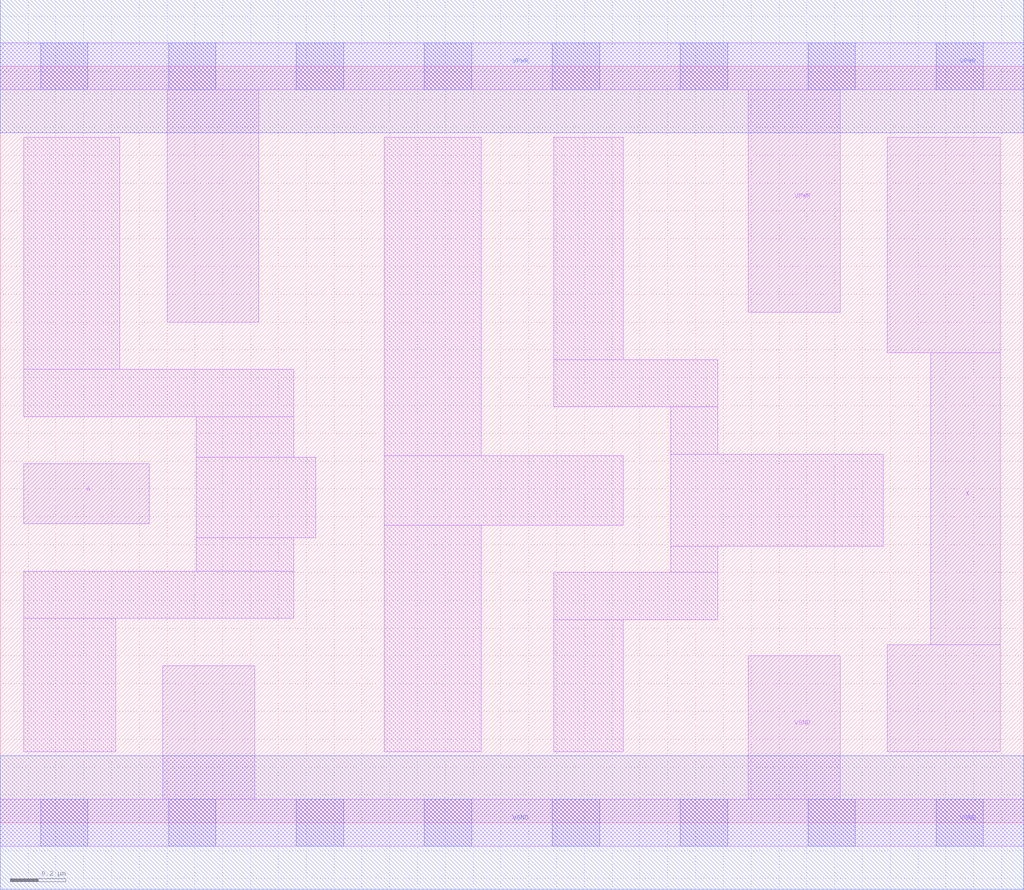
<source format=lef>
# Copyright 2020 The SkyWater PDK Authors
#
# Licensed under the Apache License, Version 2.0 (the "License");
# you may not use this file except in compliance with the License.
# You may obtain a copy of the License at
#
#     https://www.apache.org/licenses/LICENSE-2.0
#
# Unless required by applicable law or agreed to in writing, software
# distributed under the License is distributed on an "AS IS" BASIS,
# WITHOUT WARRANTIES OR CONDITIONS OF ANY KIND, either express or implied.
# See the License for the specific language governing permissions and
# limitations under the License.
#
# SPDX-License-Identifier: Apache-2.0

VERSION 5.7 ;
  NAMESCASESENSITIVE ON ;
  NOWIREEXTENSIONATPIN ON ;
  DIVIDERCHAR "/" ;
  BUSBITCHARS "[]" ;
UNITS
  DATABASE MICRONS 200 ;
END UNITS
MACRO sky130_fd_sc_hd__clkdlybuf4s50_1
  CLASS CORE ;
  SOURCE USER ;
  FOREIGN sky130_fd_sc_hd__clkdlybuf4s50_1 ;
  ORIGIN  0.000000  0.000000 ;
  SIZE  3.680000 BY  2.720000 ;
  SYMMETRY X Y R90 ;
  SITE unithd ;
  PIN A
    ANTENNAGATEAREA  0.213000 ;
    DIRECTION INPUT ;
    USE SIGNAL ;
    PORT
      LAYER li1 ;
        RECT 0.085000 1.075000 0.535000 1.290000 ;
    END
  END A
  PIN X
    ANTENNADIFFAREA  0.504100 ;
    DIRECTION OUTPUT ;
    USE SIGNAL ;
    PORT
      LAYER li1 ;
        RECT 3.190000 0.255000 3.595000 0.640000 ;
        RECT 3.190000 1.690000 3.595000 2.465000 ;
        RECT 3.345000 0.640000 3.595000 1.690000 ;
    END
  END X
  PIN VGND
    DIRECTION INOUT ;
    SHAPE ABUTMENT ;
    USE GROUND ;
    PORT
      LAYER li1 ;
        RECT 0.000000 -0.085000 3.680000 0.085000 ;
        RECT 0.585000  0.085000 0.915000 0.565000 ;
        RECT 2.690000  0.085000 3.020000 0.600000 ;
      LAYER mcon ;
        RECT 0.145000 -0.085000 0.315000 0.085000 ;
        RECT 0.605000 -0.085000 0.775000 0.085000 ;
        RECT 1.065000 -0.085000 1.235000 0.085000 ;
        RECT 1.525000 -0.085000 1.695000 0.085000 ;
        RECT 1.985000 -0.085000 2.155000 0.085000 ;
        RECT 2.445000 -0.085000 2.615000 0.085000 ;
        RECT 2.905000 -0.085000 3.075000 0.085000 ;
        RECT 3.365000 -0.085000 3.535000 0.085000 ;
      LAYER met1 ;
        RECT 0.000000 -0.240000 3.680000 0.240000 ;
    END
  END VGND
  PIN VPWR
    DIRECTION INOUT ;
    SHAPE ABUTMENT ;
    USE POWER ;
    PORT
      LAYER li1 ;
        RECT 0.000000 2.635000 3.680000 2.805000 ;
        RECT 0.600000 1.800000 0.930000 2.635000 ;
        RECT 2.690000 1.835000 3.020000 2.635000 ;
      LAYER mcon ;
        RECT 0.145000 2.635000 0.315000 2.805000 ;
        RECT 0.605000 2.635000 0.775000 2.805000 ;
        RECT 1.065000 2.635000 1.235000 2.805000 ;
        RECT 1.525000 2.635000 1.695000 2.805000 ;
        RECT 1.985000 2.635000 2.155000 2.805000 ;
        RECT 2.445000 2.635000 2.615000 2.805000 ;
        RECT 2.905000 2.635000 3.075000 2.805000 ;
        RECT 3.365000 2.635000 3.535000 2.805000 ;
      LAYER met1 ;
        RECT 0.000000 2.480000 3.680000 2.960000 ;
    END
  END VPWR
  OBS
    LAYER li1 ;
      RECT 0.085000 0.255000 0.415000 0.735000 ;
      RECT 0.085000 0.735000 1.055000 0.905000 ;
      RECT 0.085000 1.460000 1.055000 1.630000 ;
      RECT 0.085000 1.630000 0.430000 2.465000 ;
      RECT 0.705000 0.905000 1.055000 1.025000 ;
      RECT 0.705000 1.025000 1.135000 1.315000 ;
      RECT 0.705000 1.315000 1.055000 1.460000 ;
      RECT 1.380000 0.255000 1.730000 1.070000 ;
      RECT 1.380000 1.070000 2.240000 1.320000 ;
      RECT 1.380000 1.320000 1.730000 2.465000 ;
      RECT 1.990000 0.255000 2.240000 0.730000 ;
      RECT 1.990000 0.730000 2.580000 0.900000 ;
      RECT 1.990000 1.495000 2.580000 1.665000 ;
      RECT 1.990000 1.665000 2.240000 2.465000 ;
      RECT 2.410000 0.900000 2.580000 0.995000 ;
      RECT 2.410000 0.995000 3.175000 1.325000 ;
      RECT 2.410000 1.325000 2.580000 1.495000 ;
  END
END sky130_fd_sc_hd__clkdlybuf4s50_1

</source>
